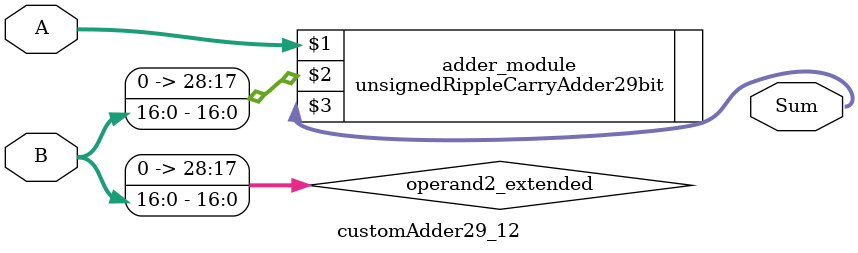
<source format=v>

module customAdder29_12(
                    input [28 : 0] A,
                    input [16 : 0] B,
                    
                    output [29 : 0] Sum
            );

    wire [28 : 0] operand2_extended;
    
    assign operand2_extended =  {12'b0, B};
    
    unsignedRippleCarryAdder29bit adder_module(
        A,
        operand2_extended,
        Sum
    );
    
endmodule
        
</source>
